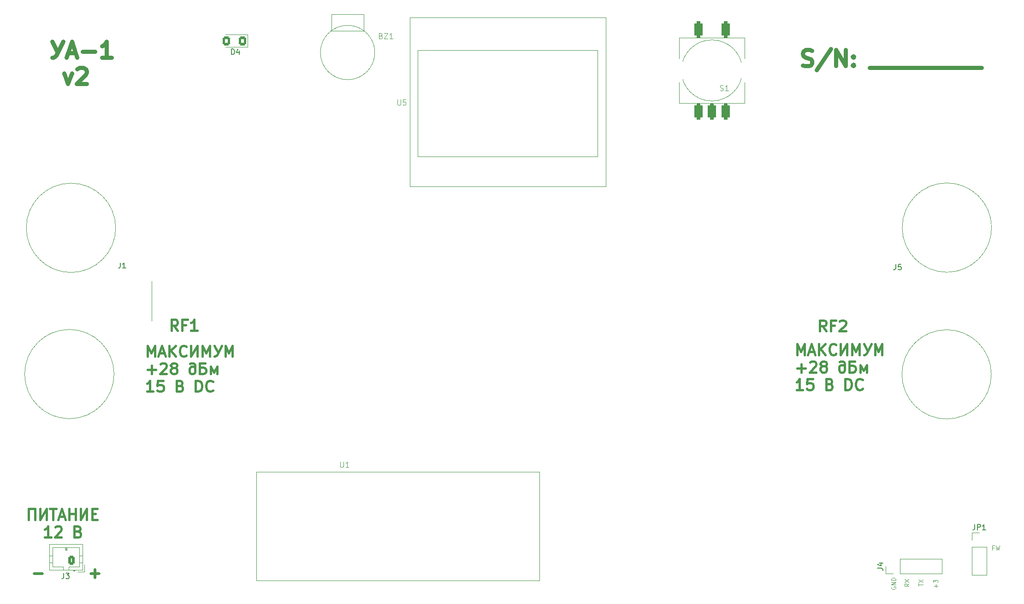
<source format=gbr>
G04 #@! TF.GenerationSoftware,KiCad,Pcbnew,8.0.1*
G04 #@! TF.CreationDate,2024-07-09T16:40:46+03:00*
G04 #@! TF.ProjectId,UA-1_v2,55412d31-5f76-4322-9e6b-696361645f70,rev?*
G04 #@! TF.SameCoordinates,Original*
G04 #@! TF.FileFunction,Legend,Top*
G04 #@! TF.FilePolarity,Positive*
%FSLAX46Y46*%
G04 Gerber Fmt 4.6, Leading zero omitted, Abs format (unit mm)*
G04 Created by KiCad (PCBNEW 8.0.1) date 2024-07-09 16:40:46*
%MOMM*%
%LPD*%
G01*
G04 APERTURE LIST*
G04 Aperture macros list*
%AMRoundRect*
0 Rectangle with rounded corners*
0 $1 Rounding radius*
0 $2 $3 $4 $5 $6 $7 $8 $9 X,Y pos of 4 corners*
0 Add a 4 corners polygon primitive as box body*
4,1,4,$2,$3,$4,$5,$6,$7,$8,$9,$2,$3,0*
0 Add four circle primitives for the rounded corners*
1,1,$1+$1,$2,$3*
1,1,$1+$1,$4,$5*
1,1,$1+$1,$6,$7*
1,1,$1+$1,$8,$9*
0 Add four rect primitives between the rounded corners*
20,1,$1+$1,$2,$3,$4,$5,0*
20,1,$1+$1,$4,$5,$6,$7,0*
20,1,$1+$1,$6,$7,$8,$9,0*
20,1,$1+$1,$8,$9,$2,$3,0*%
G04 Aperture macros list end*
%ADD10C,0.100000*%
%ADD11C,0.500000*%
%ADD12C,0.400000*%
%ADD13C,0.750000*%
%ADD14C,0.150000*%
%ADD15C,0.120000*%
%ADD16C,7.653453*%
%ADD17R,1.700000X1.700000*%
%ADD18O,1.700000X1.700000*%
%ADD19C,3.000000*%
%ADD20C,1.500000*%
%ADD21R,1.000000X1.000000*%
%ADD22C,2.000000*%
%ADD23RoundRect,0.250001X0.462499X0.624999X-0.462499X0.624999X-0.462499X-0.624999X0.462499X-0.624999X0*%
%ADD24RoundRect,0.375000X-0.375000X-1.125000X0.375000X-1.125000X0.375000X1.125000X-0.375000X1.125000X0*%
%ADD25RoundRect,0.250000X0.350000X0.625000X-0.350000X0.625000X-0.350000X-0.625000X0.350000X-0.625000X0*%
%ADD26O,1.200000X1.750000*%
%ADD27C,2.500000*%
G04 APERTURE END LIST*
D10*
X79206857Y-77143144D02*
G75*
G02*
X62793143Y-77143144I-8206857J0D01*
G01*
X62793143Y-77143144D02*
G75*
G02*
X79206857Y-77143144I8206857J0D01*
G01*
X240006857Y-104093144D02*
G75*
G02*
X223593143Y-104093144I-8206857J0D01*
G01*
X223593143Y-104093144D02*
G75*
G02*
X240006857Y-104093144I8206857J0D01*
G01*
X78906857Y-104043144D02*
G75*
G02*
X62493143Y-104043144I-8206857J0D01*
G01*
X62493143Y-104043144D02*
G75*
G02*
X78906857Y-104043144I8206857J0D01*
G01*
X74700000Y-86950000D02*
X85800000Y-86950000D01*
X85800000Y-94300000D01*
X74700000Y-94300000D01*
X74700000Y-86950000D01*
X217350000Y-87000000D02*
X228400000Y-87000000D01*
X228400000Y-94150000D01*
X217350000Y-94150000D01*
X217350000Y-87000000D01*
X240056857Y-77100000D02*
G75*
G02*
X223643143Y-77100000I-8206857J0D01*
G01*
X223643143Y-77100000D02*
G75*
G02*
X240056857Y-77100000I8206857J0D01*
G01*
X226646895Y-143008020D02*
X226646895Y-142550877D01*
X227446895Y-142779449D02*
X226646895Y-142779449D01*
X226646895Y-142360401D02*
X227446895Y-141827067D01*
X226646895Y-141827067D02*
X227446895Y-142360401D01*
D11*
X64205137Y-140767333D02*
X65728947Y-140767333D01*
D12*
X90582204Y-96034438D02*
X89915537Y-95082057D01*
X89439347Y-96034438D02*
X89439347Y-94034438D01*
X89439347Y-94034438D02*
X90201252Y-94034438D01*
X90201252Y-94034438D02*
X90391728Y-94129676D01*
X90391728Y-94129676D02*
X90486966Y-94224914D01*
X90486966Y-94224914D02*
X90582204Y-94415390D01*
X90582204Y-94415390D02*
X90582204Y-94701104D01*
X90582204Y-94701104D02*
X90486966Y-94891580D01*
X90486966Y-94891580D02*
X90391728Y-94986819D01*
X90391728Y-94986819D02*
X90201252Y-95082057D01*
X90201252Y-95082057D02*
X89439347Y-95082057D01*
X92106014Y-94986819D02*
X91439347Y-94986819D01*
X91439347Y-96034438D02*
X91439347Y-94034438D01*
X91439347Y-94034438D02*
X92391728Y-94034438D01*
X94201252Y-96034438D02*
X93058395Y-96034438D01*
X93629823Y-96034438D02*
X93629823Y-94034438D01*
X93629823Y-94034438D02*
X93439347Y-94320152D01*
X93439347Y-94320152D02*
X93248871Y-94510628D01*
X93248871Y-94510628D02*
X93058395Y-94605866D01*
X209682204Y-96134438D02*
X209015537Y-95182057D01*
X208539347Y-96134438D02*
X208539347Y-94134438D01*
X208539347Y-94134438D02*
X209301252Y-94134438D01*
X209301252Y-94134438D02*
X209491728Y-94229676D01*
X209491728Y-94229676D02*
X209586966Y-94324914D01*
X209586966Y-94324914D02*
X209682204Y-94515390D01*
X209682204Y-94515390D02*
X209682204Y-94801104D01*
X209682204Y-94801104D02*
X209586966Y-94991580D01*
X209586966Y-94991580D02*
X209491728Y-95086819D01*
X209491728Y-95086819D02*
X209301252Y-95182057D01*
X209301252Y-95182057D02*
X208539347Y-95182057D01*
X211206014Y-95086819D02*
X210539347Y-95086819D01*
X210539347Y-96134438D02*
X210539347Y-94134438D01*
X210539347Y-94134438D02*
X211491728Y-94134438D01*
X212158395Y-94324914D02*
X212253633Y-94229676D01*
X212253633Y-94229676D02*
X212444109Y-94134438D01*
X212444109Y-94134438D02*
X212920300Y-94134438D01*
X212920300Y-94134438D02*
X213110776Y-94229676D01*
X213110776Y-94229676D02*
X213206014Y-94324914D01*
X213206014Y-94324914D02*
X213301252Y-94515390D01*
X213301252Y-94515390D02*
X213301252Y-94705866D01*
X213301252Y-94705866D02*
X213206014Y-94991580D01*
X213206014Y-94991580D02*
X212063157Y-96134438D01*
X212063157Y-96134438D02*
X213301252Y-96134438D01*
X204339347Y-100494662D02*
X204339347Y-98494662D01*
X204339347Y-98494662D02*
X205006014Y-99923233D01*
X205006014Y-99923233D02*
X205672680Y-98494662D01*
X205672680Y-98494662D02*
X205672680Y-100494662D01*
X206529823Y-99923233D02*
X207482204Y-99923233D01*
X206339347Y-100494662D02*
X207006013Y-98494662D01*
X207006013Y-98494662D02*
X207672680Y-100494662D01*
X208339347Y-100494662D02*
X208339347Y-98494662D01*
X209482204Y-100494662D02*
X208625061Y-99351804D01*
X209482204Y-98494662D02*
X208339347Y-99637519D01*
X211482204Y-100304185D02*
X211386966Y-100399424D01*
X211386966Y-100399424D02*
X211101252Y-100494662D01*
X211101252Y-100494662D02*
X210910776Y-100494662D01*
X210910776Y-100494662D02*
X210625061Y-100399424D01*
X210625061Y-100399424D02*
X210434585Y-100208947D01*
X210434585Y-100208947D02*
X210339347Y-100018471D01*
X210339347Y-100018471D02*
X210244109Y-99637519D01*
X210244109Y-99637519D02*
X210244109Y-99351804D01*
X210244109Y-99351804D02*
X210339347Y-98970852D01*
X210339347Y-98970852D02*
X210434585Y-98780376D01*
X210434585Y-98780376D02*
X210625061Y-98589900D01*
X210625061Y-98589900D02*
X210910776Y-98494662D01*
X210910776Y-98494662D02*
X211101252Y-98494662D01*
X211101252Y-98494662D02*
X211386966Y-98589900D01*
X211386966Y-98589900D02*
X211482204Y-98685138D01*
X212339347Y-98494662D02*
X212339347Y-100494662D01*
X212339347Y-100494662D02*
X213482204Y-98494662D01*
X213482204Y-98494662D02*
X213482204Y-100494662D01*
X214434585Y-100494662D02*
X214434585Y-98494662D01*
X214434585Y-98494662D02*
X215101252Y-99923233D01*
X215101252Y-99923233D02*
X215767918Y-98494662D01*
X215767918Y-98494662D02*
X215767918Y-100494662D01*
X216625061Y-98494662D02*
X217291728Y-99827995D01*
X217958394Y-98494662D02*
X217101251Y-100208947D01*
X217101251Y-100208947D02*
X216910775Y-100399424D01*
X216910775Y-100399424D02*
X216720299Y-100494662D01*
X216720299Y-100494662D02*
X216625061Y-100494662D01*
X218625061Y-100494662D02*
X218625061Y-98494662D01*
X218625061Y-98494662D02*
X219291728Y-99923233D01*
X219291728Y-99923233D02*
X219958394Y-98494662D01*
X219958394Y-98494662D02*
X219958394Y-100494662D01*
X204339347Y-102952645D02*
X205863157Y-102952645D01*
X205101252Y-103714550D02*
X205101252Y-102190740D01*
X206720299Y-101905026D02*
X206815537Y-101809788D01*
X206815537Y-101809788D02*
X207006013Y-101714550D01*
X207006013Y-101714550D02*
X207482204Y-101714550D01*
X207482204Y-101714550D02*
X207672680Y-101809788D01*
X207672680Y-101809788D02*
X207767918Y-101905026D01*
X207767918Y-101905026D02*
X207863156Y-102095502D01*
X207863156Y-102095502D02*
X207863156Y-102285978D01*
X207863156Y-102285978D02*
X207767918Y-102571692D01*
X207767918Y-102571692D02*
X206625061Y-103714550D01*
X206625061Y-103714550D02*
X207863156Y-103714550D01*
X209006013Y-102571692D02*
X208815537Y-102476454D01*
X208815537Y-102476454D02*
X208720299Y-102381216D01*
X208720299Y-102381216D02*
X208625061Y-102190740D01*
X208625061Y-102190740D02*
X208625061Y-102095502D01*
X208625061Y-102095502D02*
X208720299Y-101905026D01*
X208720299Y-101905026D02*
X208815537Y-101809788D01*
X208815537Y-101809788D02*
X209006013Y-101714550D01*
X209006013Y-101714550D02*
X209386966Y-101714550D01*
X209386966Y-101714550D02*
X209577442Y-101809788D01*
X209577442Y-101809788D02*
X209672680Y-101905026D01*
X209672680Y-101905026D02*
X209767918Y-102095502D01*
X209767918Y-102095502D02*
X209767918Y-102190740D01*
X209767918Y-102190740D02*
X209672680Y-102381216D01*
X209672680Y-102381216D02*
X209577442Y-102476454D01*
X209577442Y-102476454D02*
X209386966Y-102571692D01*
X209386966Y-102571692D02*
X209006013Y-102571692D01*
X209006013Y-102571692D02*
X208815537Y-102666931D01*
X208815537Y-102666931D02*
X208720299Y-102762169D01*
X208720299Y-102762169D02*
X208625061Y-102952645D01*
X208625061Y-102952645D02*
X208625061Y-103333597D01*
X208625061Y-103333597D02*
X208720299Y-103524073D01*
X208720299Y-103524073D02*
X208815537Y-103619312D01*
X208815537Y-103619312D02*
X209006013Y-103714550D01*
X209006013Y-103714550D02*
X209386966Y-103714550D01*
X209386966Y-103714550D02*
X209577442Y-103619312D01*
X209577442Y-103619312D02*
X209672680Y-103524073D01*
X209672680Y-103524073D02*
X209767918Y-103333597D01*
X209767918Y-103333597D02*
X209767918Y-102952645D01*
X209767918Y-102952645D02*
X209672680Y-102762169D01*
X209672680Y-102762169D02*
X209577442Y-102666931D01*
X209577442Y-102666931D02*
X209386966Y-102571692D01*
X213101252Y-102571692D02*
X213006014Y-102476454D01*
X213006014Y-102476454D02*
X212815538Y-102381216D01*
X212815538Y-102381216D02*
X212434585Y-102381216D01*
X212434585Y-102381216D02*
X212244109Y-102476454D01*
X212244109Y-102476454D02*
X212148871Y-102571692D01*
X212148871Y-102571692D02*
X212053633Y-102762169D01*
X212053633Y-102762169D02*
X212053633Y-103333597D01*
X212053633Y-103333597D02*
X212148871Y-103524073D01*
X212148871Y-103524073D02*
X212244109Y-103619312D01*
X212244109Y-103619312D02*
X212434585Y-103714550D01*
X212434585Y-103714550D02*
X212720300Y-103714550D01*
X212720300Y-103714550D02*
X212910776Y-103619312D01*
X212910776Y-103619312D02*
X213006014Y-103524073D01*
X213006014Y-103524073D02*
X213101252Y-103333597D01*
X213101252Y-103333597D02*
X213101252Y-102095502D01*
X213101252Y-102095502D02*
X213006014Y-101905026D01*
X213006014Y-101905026D02*
X212910776Y-101809788D01*
X212910776Y-101809788D02*
X212720300Y-101714550D01*
X212720300Y-101714550D02*
X212339347Y-101714550D01*
X212339347Y-101714550D02*
X212148871Y-101809788D01*
X214910776Y-101714550D02*
X213958395Y-101714550D01*
X213958395Y-101714550D02*
X213958395Y-103714550D01*
X213958395Y-103714550D02*
X214529824Y-103714550D01*
X214529824Y-103714550D02*
X214815538Y-103619312D01*
X214815538Y-103619312D02*
X215006014Y-103428835D01*
X215006014Y-103428835D02*
X215101252Y-103238359D01*
X215101252Y-103238359D02*
X215101252Y-102952645D01*
X215101252Y-102952645D02*
X215006014Y-102762169D01*
X215006014Y-102762169D02*
X214815538Y-102571692D01*
X214815538Y-102571692D02*
X214529824Y-102476454D01*
X214529824Y-102476454D02*
X213958395Y-102476454D01*
X215958395Y-103714550D02*
X215958395Y-102381216D01*
X215958395Y-102381216D02*
X216529824Y-103428835D01*
X216529824Y-103428835D02*
X217101252Y-102381216D01*
X217101252Y-102381216D02*
X217101252Y-103714550D01*
X205386966Y-106934438D02*
X204244109Y-106934438D01*
X204815537Y-106934438D02*
X204815537Y-104934438D01*
X204815537Y-104934438D02*
X204625061Y-105220152D01*
X204625061Y-105220152D02*
X204434585Y-105410628D01*
X204434585Y-105410628D02*
X204244109Y-105505866D01*
X207196490Y-104934438D02*
X206244109Y-104934438D01*
X206244109Y-104934438D02*
X206148871Y-105886819D01*
X206148871Y-105886819D02*
X206244109Y-105791580D01*
X206244109Y-105791580D02*
X206434585Y-105696342D01*
X206434585Y-105696342D02*
X206910776Y-105696342D01*
X206910776Y-105696342D02*
X207101252Y-105791580D01*
X207101252Y-105791580D02*
X207196490Y-105886819D01*
X207196490Y-105886819D02*
X207291728Y-106077295D01*
X207291728Y-106077295D02*
X207291728Y-106553485D01*
X207291728Y-106553485D02*
X207196490Y-106743961D01*
X207196490Y-106743961D02*
X207101252Y-106839200D01*
X207101252Y-106839200D02*
X206910776Y-106934438D01*
X206910776Y-106934438D02*
X206434585Y-106934438D01*
X206434585Y-106934438D02*
X206244109Y-106839200D01*
X206244109Y-106839200D02*
X206148871Y-106743961D01*
X210339348Y-105886819D02*
X210625062Y-105982057D01*
X210625062Y-105982057D02*
X210720300Y-106077295D01*
X210720300Y-106077295D02*
X210815538Y-106267771D01*
X210815538Y-106267771D02*
X210815538Y-106553485D01*
X210815538Y-106553485D02*
X210720300Y-106743961D01*
X210720300Y-106743961D02*
X210625062Y-106839200D01*
X210625062Y-106839200D02*
X210434586Y-106934438D01*
X210434586Y-106934438D02*
X209672681Y-106934438D01*
X209672681Y-106934438D02*
X209672681Y-104934438D01*
X209672681Y-104934438D02*
X210339348Y-104934438D01*
X210339348Y-104934438D02*
X210529824Y-105029676D01*
X210529824Y-105029676D02*
X210625062Y-105124914D01*
X210625062Y-105124914D02*
X210720300Y-105315390D01*
X210720300Y-105315390D02*
X210720300Y-105505866D01*
X210720300Y-105505866D02*
X210625062Y-105696342D01*
X210625062Y-105696342D02*
X210529824Y-105791580D01*
X210529824Y-105791580D02*
X210339348Y-105886819D01*
X210339348Y-105886819D02*
X209672681Y-105886819D01*
X213196491Y-106934438D02*
X213196491Y-104934438D01*
X213196491Y-104934438D02*
X213672681Y-104934438D01*
X213672681Y-104934438D02*
X213958396Y-105029676D01*
X213958396Y-105029676D02*
X214148872Y-105220152D01*
X214148872Y-105220152D02*
X214244110Y-105410628D01*
X214244110Y-105410628D02*
X214339348Y-105791580D01*
X214339348Y-105791580D02*
X214339348Y-106077295D01*
X214339348Y-106077295D02*
X214244110Y-106458247D01*
X214244110Y-106458247D02*
X214148872Y-106648723D01*
X214148872Y-106648723D02*
X213958396Y-106839200D01*
X213958396Y-106839200D02*
X213672681Y-106934438D01*
X213672681Y-106934438D02*
X213196491Y-106934438D01*
X216339348Y-106743961D02*
X216244110Y-106839200D01*
X216244110Y-106839200D02*
X215958396Y-106934438D01*
X215958396Y-106934438D02*
X215767920Y-106934438D01*
X215767920Y-106934438D02*
X215482205Y-106839200D01*
X215482205Y-106839200D02*
X215291729Y-106648723D01*
X215291729Y-106648723D02*
X215196491Y-106458247D01*
X215196491Y-106458247D02*
X215101253Y-106077295D01*
X215101253Y-106077295D02*
X215101253Y-105791580D01*
X215101253Y-105791580D02*
X215196491Y-105410628D01*
X215196491Y-105410628D02*
X215291729Y-105220152D01*
X215291729Y-105220152D02*
X215482205Y-105029676D01*
X215482205Y-105029676D02*
X215767920Y-104934438D01*
X215767920Y-104934438D02*
X215958396Y-104934438D01*
X215958396Y-104934438D02*
X216244110Y-105029676D01*
X216244110Y-105029676D02*
X216339348Y-105124914D01*
D10*
X240472931Y-135977847D02*
X240206265Y-135977847D01*
X240206265Y-136396895D02*
X240206265Y-135596895D01*
X240206265Y-135596895D02*
X240587217Y-135596895D01*
X240815788Y-135596895D02*
X241006264Y-136396895D01*
X241006264Y-136396895D02*
X241158645Y-135825466D01*
X241158645Y-135825466D02*
X241311026Y-136396895D01*
X241311026Y-136396895D02*
X241501503Y-135596895D01*
D12*
X63239347Y-130814550D02*
X63239347Y-128814550D01*
X63239347Y-128814550D02*
X64382204Y-128814550D01*
X64382204Y-128814550D02*
X64382204Y-130814550D01*
X65334585Y-128814550D02*
X65334585Y-130814550D01*
X65334585Y-130814550D02*
X66477442Y-128814550D01*
X66477442Y-128814550D02*
X66477442Y-130814550D01*
X67144109Y-128814550D02*
X68286966Y-128814550D01*
X67715537Y-130814550D02*
X67715537Y-128814550D01*
X68858395Y-130243121D02*
X69810776Y-130243121D01*
X68667919Y-130814550D02*
X69334585Y-128814550D01*
X69334585Y-128814550D02*
X70001252Y-130814550D01*
X70667919Y-130814550D02*
X70667919Y-128814550D01*
X70667919Y-129766931D02*
X71810776Y-129766931D01*
X71810776Y-130814550D02*
X71810776Y-128814550D01*
X72763157Y-128814550D02*
X72763157Y-130814550D01*
X72763157Y-130814550D02*
X73906014Y-128814550D01*
X73906014Y-128814550D02*
X73906014Y-130814550D01*
X74858395Y-129766931D02*
X75525062Y-129766931D01*
X75810776Y-130814550D02*
X74858395Y-130814550D01*
X74858395Y-130814550D02*
X74858395Y-128814550D01*
X74858395Y-128814550D02*
X75810776Y-128814550D01*
X67334586Y-134034438D02*
X66191729Y-134034438D01*
X66763157Y-134034438D02*
X66763157Y-132034438D01*
X66763157Y-132034438D02*
X66572681Y-132320152D01*
X66572681Y-132320152D02*
X66382205Y-132510628D01*
X66382205Y-132510628D02*
X66191729Y-132605866D01*
X68096491Y-132224914D02*
X68191729Y-132129676D01*
X68191729Y-132129676D02*
X68382205Y-132034438D01*
X68382205Y-132034438D02*
X68858396Y-132034438D01*
X68858396Y-132034438D02*
X69048872Y-132129676D01*
X69048872Y-132129676D02*
X69144110Y-132224914D01*
X69144110Y-132224914D02*
X69239348Y-132415390D01*
X69239348Y-132415390D02*
X69239348Y-132605866D01*
X69239348Y-132605866D02*
X69144110Y-132891580D01*
X69144110Y-132891580D02*
X68001253Y-134034438D01*
X68001253Y-134034438D02*
X69239348Y-134034438D01*
X72286968Y-132986819D02*
X72572682Y-133082057D01*
X72572682Y-133082057D02*
X72667920Y-133177295D01*
X72667920Y-133177295D02*
X72763158Y-133367771D01*
X72763158Y-133367771D02*
X72763158Y-133653485D01*
X72763158Y-133653485D02*
X72667920Y-133843961D01*
X72667920Y-133843961D02*
X72572682Y-133939200D01*
X72572682Y-133939200D02*
X72382206Y-134034438D01*
X72382206Y-134034438D02*
X71620301Y-134034438D01*
X71620301Y-134034438D02*
X71620301Y-132034438D01*
X71620301Y-132034438D02*
X72286968Y-132034438D01*
X72286968Y-132034438D02*
X72477444Y-132129676D01*
X72477444Y-132129676D02*
X72572682Y-132224914D01*
X72572682Y-132224914D02*
X72667920Y-132415390D01*
X72667920Y-132415390D02*
X72667920Y-132605866D01*
X72667920Y-132605866D02*
X72572682Y-132796342D01*
X72572682Y-132796342D02*
X72477444Y-132891580D01*
X72477444Y-132891580D02*
X72286968Y-132986819D01*
X72286968Y-132986819D02*
X71620301Y-132986819D01*
D13*
X205364849Y-47251000D02*
X205793421Y-47393857D01*
X205793421Y-47393857D02*
X206507706Y-47393857D01*
X206507706Y-47393857D02*
X206793421Y-47251000D01*
X206793421Y-47251000D02*
X206936278Y-47108142D01*
X206936278Y-47108142D02*
X207079135Y-46822428D01*
X207079135Y-46822428D02*
X207079135Y-46536714D01*
X207079135Y-46536714D02*
X206936278Y-46251000D01*
X206936278Y-46251000D02*
X206793421Y-46108142D01*
X206793421Y-46108142D02*
X206507706Y-45965285D01*
X206507706Y-45965285D02*
X205936278Y-45822428D01*
X205936278Y-45822428D02*
X205650563Y-45679571D01*
X205650563Y-45679571D02*
X205507706Y-45536714D01*
X205507706Y-45536714D02*
X205364849Y-45251000D01*
X205364849Y-45251000D02*
X205364849Y-44965285D01*
X205364849Y-44965285D02*
X205507706Y-44679571D01*
X205507706Y-44679571D02*
X205650563Y-44536714D01*
X205650563Y-44536714D02*
X205936278Y-44393857D01*
X205936278Y-44393857D02*
X206650563Y-44393857D01*
X206650563Y-44393857D02*
X207079135Y-44536714D01*
X210507706Y-44251000D02*
X207936278Y-48108142D01*
X211507706Y-47393857D02*
X211507706Y-44393857D01*
X211507706Y-44393857D02*
X213221992Y-47393857D01*
X213221992Y-47393857D02*
X213221992Y-44393857D01*
X214650563Y-47108142D02*
X214793420Y-47251000D01*
X214793420Y-47251000D02*
X214650563Y-47393857D01*
X214650563Y-47393857D02*
X214507706Y-47251000D01*
X214507706Y-47251000D02*
X214650563Y-47108142D01*
X214650563Y-47108142D02*
X214650563Y-47393857D01*
X214650563Y-45536714D02*
X214793420Y-45679571D01*
X214793420Y-45679571D02*
X214650563Y-45822428D01*
X214650563Y-45822428D02*
X214507706Y-45679571D01*
X214507706Y-45679571D02*
X214650563Y-45536714D01*
X214650563Y-45536714D02*
X214650563Y-45822428D01*
X217650563Y-47679571D02*
X219936277Y-47679571D01*
X219936277Y-47679571D02*
X222221991Y-47679571D01*
X222221991Y-47679571D02*
X224507705Y-47679571D01*
X224507705Y-47679571D02*
X226793419Y-47679571D01*
X226793419Y-47679571D02*
X229079133Y-47679571D01*
X229079133Y-47679571D02*
X231364847Y-47679571D01*
X231364847Y-47679571D02*
X233650561Y-47679571D01*
X233650561Y-47679571D02*
X235936275Y-47679571D01*
X235936275Y-47679571D02*
X238221989Y-47679571D01*
D12*
X85039347Y-100794662D02*
X85039347Y-98794662D01*
X85039347Y-98794662D02*
X85706014Y-100223233D01*
X85706014Y-100223233D02*
X86372680Y-98794662D01*
X86372680Y-98794662D02*
X86372680Y-100794662D01*
X87229823Y-100223233D02*
X88182204Y-100223233D01*
X87039347Y-100794662D02*
X87706013Y-98794662D01*
X87706013Y-98794662D02*
X88372680Y-100794662D01*
X89039347Y-100794662D02*
X89039347Y-98794662D01*
X90182204Y-100794662D02*
X89325061Y-99651804D01*
X90182204Y-98794662D02*
X89039347Y-99937519D01*
X92182204Y-100604185D02*
X92086966Y-100699424D01*
X92086966Y-100699424D02*
X91801252Y-100794662D01*
X91801252Y-100794662D02*
X91610776Y-100794662D01*
X91610776Y-100794662D02*
X91325061Y-100699424D01*
X91325061Y-100699424D02*
X91134585Y-100508947D01*
X91134585Y-100508947D02*
X91039347Y-100318471D01*
X91039347Y-100318471D02*
X90944109Y-99937519D01*
X90944109Y-99937519D02*
X90944109Y-99651804D01*
X90944109Y-99651804D02*
X91039347Y-99270852D01*
X91039347Y-99270852D02*
X91134585Y-99080376D01*
X91134585Y-99080376D02*
X91325061Y-98889900D01*
X91325061Y-98889900D02*
X91610776Y-98794662D01*
X91610776Y-98794662D02*
X91801252Y-98794662D01*
X91801252Y-98794662D02*
X92086966Y-98889900D01*
X92086966Y-98889900D02*
X92182204Y-98985138D01*
X93039347Y-98794662D02*
X93039347Y-100794662D01*
X93039347Y-100794662D02*
X94182204Y-98794662D01*
X94182204Y-98794662D02*
X94182204Y-100794662D01*
X95134585Y-100794662D02*
X95134585Y-98794662D01*
X95134585Y-98794662D02*
X95801252Y-100223233D01*
X95801252Y-100223233D02*
X96467918Y-98794662D01*
X96467918Y-98794662D02*
X96467918Y-100794662D01*
X97325061Y-98794662D02*
X97991728Y-100127995D01*
X98658394Y-98794662D02*
X97801251Y-100508947D01*
X97801251Y-100508947D02*
X97610775Y-100699424D01*
X97610775Y-100699424D02*
X97420299Y-100794662D01*
X97420299Y-100794662D02*
X97325061Y-100794662D01*
X99325061Y-100794662D02*
X99325061Y-98794662D01*
X99325061Y-98794662D02*
X99991728Y-100223233D01*
X99991728Y-100223233D02*
X100658394Y-98794662D01*
X100658394Y-98794662D02*
X100658394Y-100794662D01*
X85039347Y-103252645D02*
X86563157Y-103252645D01*
X85801252Y-104014550D02*
X85801252Y-102490740D01*
X87420299Y-102205026D02*
X87515537Y-102109788D01*
X87515537Y-102109788D02*
X87706013Y-102014550D01*
X87706013Y-102014550D02*
X88182204Y-102014550D01*
X88182204Y-102014550D02*
X88372680Y-102109788D01*
X88372680Y-102109788D02*
X88467918Y-102205026D01*
X88467918Y-102205026D02*
X88563156Y-102395502D01*
X88563156Y-102395502D02*
X88563156Y-102585978D01*
X88563156Y-102585978D02*
X88467918Y-102871692D01*
X88467918Y-102871692D02*
X87325061Y-104014550D01*
X87325061Y-104014550D02*
X88563156Y-104014550D01*
X89706013Y-102871692D02*
X89515537Y-102776454D01*
X89515537Y-102776454D02*
X89420299Y-102681216D01*
X89420299Y-102681216D02*
X89325061Y-102490740D01*
X89325061Y-102490740D02*
X89325061Y-102395502D01*
X89325061Y-102395502D02*
X89420299Y-102205026D01*
X89420299Y-102205026D02*
X89515537Y-102109788D01*
X89515537Y-102109788D02*
X89706013Y-102014550D01*
X89706013Y-102014550D02*
X90086966Y-102014550D01*
X90086966Y-102014550D02*
X90277442Y-102109788D01*
X90277442Y-102109788D02*
X90372680Y-102205026D01*
X90372680Y-102205026D02*
X90467918Y-102395502D01*
X90467918Y-102395502D02*
X90467918Y-102490740D01*
X90467918Y-102490740D02*
X90372680Y-102681216D01*
X90372680Y-102681216D02*
X90277442Y-102776454D01*
X90277442Y-102776454D02*
X90086966Y-102871692D01*
X90086966Y-102871692D02*
X89706013Y-102871692D01*
X89706013Y-102871692D02*
X89515537Y-102966931D01*
X89515537Y-102966931D02*
X89420299Y-103062169D01*
X89420299Y-103062169D02*
X89325061Y-103252645D01*
X89325061Y-103252645D02*
X89325061Y-103633597D01*
X89325061Y-103633597D02*
X89420299Y-103824073D01*
X89420299Y-103824073D02*
X89515537Y-103919312D01*
X89515537Y-103919312D02*
X89706013Y-104014550D01*
X89706013Y-104014550D02*
X90086966Y-104014550D01*
X90086966Y-104014550D02*
X90277442Y-103919312D01*
X90277442Y-103919312D02*
X90372680Y-103824073D01*
X90372680Y-103824073D02*
X90467918Y-103633597D01*
X90467918Y-103633597D02*
X90467918Y-103252645D01*
X90467918Y-103252645D02*
X90372680Y-103062169D01*
X90372680Y-103062169D02*
X90277442Y-102966931D01*
X90277442Y-102966931D02*
X90086966Y-102871692D01*
X93801252Y-102871692D02*
X93706014Y-102776454D01*
X93706014Y-102776454D02*
X93515538Y-102681216D01*
X93515538Y-102681216D02*
X93134585Y-102681216D01*
X93134585Y-102681216D02*
X92944109Y-102776454D01*
X92944109Y-102776454D02*
X92848871Y-102871692D01*
X92848871Y-102871692D02*
X92753633Y-103062169D01*
X92753633Y-103062169D02*
X92753633Y-103633597D01*
X92753633Y-103633597D02*
X92848871Y-103824073D01*
X92848871Y-103824073D02*
X92944109Y-103919312D01*
X92944109Y-103919312D02*
X93134585Y-104014550D01*
X93134585Y-104014550D02*
X93420300Y-104014550D01*
X93420300Y-104014550D02*
X93610776Y-103919312D01*
X93610776Y-103919312D02*
X93706014Y-103824073D01*
X93706014Y-103824073D02*
X93801252Y-103633597D01*
X93801252Y-103633597D02*
X93801252Y-102395502D01*
X93801252Y-102395502D02*
X93706014Y-102205026D01*
X93706014Y-102205026D02*
X93610776Y-102109788D01*
X93610776Y-102109788D02*
X93420300Y-102014550D01*
X93420300Y-102014550D02*
X93039347Y-102014550D01*
X93039347Y-102014550D02*
X92848871Y-102109788D01*
X95610776Y-102014550D02*
X94658395Y-102014550D01*
X94658395Y-102014550D02*
X94658395Y-104014550D01*
X94658395Y-104014550D02*
X95229824Y-104014550D01*
X95229824Y-104014550D02*
X95515538Y-103919312D01*
X95515538Y-103919312D02*
X95706014Y-103728835D01*
X95706014Y-103728835D02*
X95801252Y-103538359D01*
X95801252Y-103538359D02*
X95801252Y-103252645D01*
X95801252Y-103252645D02*
X95706014Y-103062169D01*
X95706014Y-103062169D02*
X95515538Y-102871692D01*
X95515538Y-102871692D02*
X95229824Y-102776454D01*
X95229824Y-102776454D02*
X94658395Y-102776454D01*
X96658395Y-104014550D02*
X96658395Y-102681216D01*
X96658395Y-102681216D02*
X97229824Y-103728835D01*
X97229824Y-103728835D02*
X97801252Y-102681216D01*
X97801252Y-102681216D02*
X97801252Y-104014550D01*
X86086966Y-107234438D02*
X84944109Y-107234438D01*
X85515537Y-107234438D02*
X85515537Y-105234438D01*
X85515537Y-105234438D02*
X85325061Y-105520152D01*
X85325061Y-105520152D02*
X85134585Y-105710628D01*
X85134585Y-105710628D02*
X84944109Y-105805866D01*
X87896490Y-105234438D02*
X86944109Y-105234438D01*
X86944109Y-105234438D02*
X86848871Y-106186819D01*
X86848871Y-106186819D02*
X86944109Y-106091580D01*
X86944109Y-106091580D02*
X87134585Y-105996342D01*
X87134585Y-105996342D02*
X87610776Y-105996342D01*
X87610776Y-105996342D02*
X87801252Y-106091580D01*
X87801252Y-106091580D02*
X87896490Y-106186819D01*
X87896490Y-106186819D02*
X87991728Y-106377295D01*
X87991728Y-106377295D02*
X87991728Y-106853485D01*
X87991728Y-106853485D02*
X87896490Y-107043961D01*
X87896490Y-107043961D02*
X87801252Y-107139200D01*
X87801252Y-107139200D02*
X87610776Y-107234438D01*
X87610776Y-107234438D02*
X87134585Y-107234438D01*
X87134585Y-107234438D02*
X86944109Y-107139200D01*
X86944109Y-107139200D02*
X86848871Y-107043961D01*
X91039348Y-106186819D02*
X91325062Y-106282057D01*
X91325062Y-106282057D02*
X91420300Y-106377295D01*
X91420300Y-106377295D02*
X91515538Y-106567771D01*
X91515538Y-106567771D02*
X91515538Y-106853485D01*
X91515538Y-106853485D02*
X91420300Y-107043961D01*
X91420300Y-107043961D02*
X91325062Y-107139200D01*
X91325062Y-107139200D02*
X91134586Y-107234438D01*
X91134586Y-107234438D02*
X90372681Y-107234438D01*
X90372681Y-107234438D02*
X90372681Y-105234438D01*
X90372681Y-105234438D02*
X91039348Y-105234438D01*
X91039348Y-105234438D02*
X91229824Y-105329676D01*
X91229824Y-105329676D02*
X91325062Y-105424914D01*
X91325062Y-105424914D02*
X91420300Y-105615390D01*
X91420300Y-105615390D02*
X91420300Y-105805866D01*
X91420300Y-105805866D02*
X91325062Y-105996342D01*
X91325062Y-105996342D02*
X91229824Y-106091580D01*
X91229824Y-106091580D02*
X91039348Y-106186819D01*
X91039348Y-106186819D02*
X90372681Y-106186819D01*
X93896491Y-107234438D02*
X93896491Y-105234438D01*
X93896491Y-105234438D02*
X94372681Y-105234438D01*
X94372681Y-105234438D02*
X94658396Y-105329676D01*
X94658396Y-105329676D02*
X94848872Y-105520152D01*
X94848872Y-105520152D02*
X94944110Y-105710628D01*
X94944110Y-105710628D02*
X95039348Y-106091580D01*
X95039348Y-106091580D02*
X95039348Y-106377295D01*
X95039348Y-106377295D02*
X94944110Y-106758247D01*
X94944110Y-106758247D02*
X94848872Y-106948723D01*
X94848872Y-106948723D02*
X94658396Y-107139200D01*
X94658396Y-107139200D02*
X94372681Y-107234438D01*
X94372681Y-107234438D02*
X93896491Y-107234438D01*
X97039348Y-107043961D02*
X96944110Y-107139200D01*
X96944110Y-107139200D02*
X96658396Y-107234438D01*
X96658396Y-107234438D02*
X96467920Y-107234438D01*
X96467920Y-107234438D02*
X96182205Y-107139200D01*
X96182205Y-107139200D02*
X95991729Y-106948723D01*
X95991729Y-106948723D02*
X95896491Y-106758247D01*
X95896491Y-106758247D02*
X95801253Y-106377295D01*
X95801253Y-106377295D02*
X95801253Y-106091580D01*
X95801253Y-106091580D02*
X95896491Y-105710628D01*
X95896491Y-105710628D02*
X95991729Y-105520152D01*
X95991729Y-105520152D02*
X96182205Y-105329676D01*
X96182205Y-105329676D02*
X96467920Y-105234438D01*
X96467920Y-105234438D02*
X96658396Y-105234438D01*
X96658396Y-105234438D02*
X96944110Y-105329676D01*
X96944110Y-105329676D02*
X97039348Y-105424914D01*
D10*
X224846895Y-142586591D02*
X224465942Y-142853258D01*
X224846895Y-143043734D02*
X224046895Y-143043734D01*
X224046895Y-143043734D02*
X224046895Y-142738972D01*
X224046895Y-142738972D02*
X224084990Y-142662782D01*
X224084990Y-142662782D02*
X224123085Y-142624687D01*
X224123085Y-142624687D02*
X224199276Y-142586591D01*
X224199276Y-142586591D02*
X224313561Y-142586591D01*
X224313561Y-142586591D02*
X224389752Y-142624687D01*
X224389752Y-142624687D02*
X224427847Y-142662782D01*
X224427847Y-142662782D02*
X224465942Y-142738972D01*
X224465942Y-142738972D02*
X224465942Y-143043734D01*
X224046895Y-142319925D02*
X224846895Y-141786591D01*
X224046895Y-141786591D02*
X224846895Y-142319925D01*
X229842133Y-143293734D02*
X229842133Y-142684211D01*
X230146895Y-142988972D02*
X229537371Y-142988972D01*
X229346895Y-142379449D02*
X229346895Y-141884211D01*
X229346895Y-141884211D02*
X229651657Y-142150877D01*
X229651657Y-142150877D02*
X229651657Y-142036592D01*
X229651657Y-142036592D02*
X229689752Y-141960401D01*
X229689752Y-141960401D02*
X229727847Y-141922306D01*
X229727847Y-141922306D02*
X229804038Y-141884211D01*
X229804038Y-141884211D02*
X229994514Y-141884211D01*
X229994514Y-141884211D02*
X230070704Y-141922306D01*
X230070704Y-141922306D02*
X230108800Y-141960401D01*
X230108800Y-141960401D02*
X230146895Y-142036592D01*
X230146895Y-142036592D02*
X230146895Y-142265163D01*
X230146895Y-142265163D02*
X230108800Y-142341354D01*
X230108800Y-142341354D02*
X230070704Y-142379449D01*
X221684990Y-143174687D02*
X221646895Y-143250877D01*
X221646895Y-143250877D02*
X221646895Y-143365163D01*
X221646895Y-143365163D02*
X221684990Y-143479449D01*
X221684990Y-143479449D02*
X221761180Y-143555639D01*
X221761180Y-143555639D02*
X221837371Y-143593734D01*
X221837371Y-143593734D02*
X221989752Y-143631830D01*
X221989752Y-143631830D02*
X222104038Y-143631830D01*
X222104038Y-143631830D02*
X222256419Y-143593734D01*
X222256419Y-143593734D02*
X222332609Y-143555639D01*
X222332609Y-143555639D02*
X222408800Y-143479449D01*
X222408800Y-143479449D02*
X222446895Y-143365163D01*
X222446895Y-143365163D02*
X222446895Y-143288972D01*
X222446895Y-143288972D02*
X222408800Y-143174687D01*
X222408800Y-143174687D02*
X222370704Y-143136591D01*
X222370704Y-143136591D02*
X222104038Y-143136591D01*
X222104038Y-143136591D02*
X222104038Y-143288972D01*
X222446895Y-142793734D02*
X221646895Y-142793734D01*
X221646895Y-142793734D02*
X222446895Y-142336591D01*
X222446895Y-142336591D02*
X221646895Y-142336591D01*
X222446895Y-141955639D02*
X221646895Y-141955639D01*
X221646895Y-141955639D02*
X221646895Y-141765163D01*
X221646895Y-141765163D02*
X221684990Y-141650877D01*
X221684990Y-141650877D02*
X221761180Y-141574687D01*
X221761180Y-141574687D02*
X221837371Y-141536592D01*
X221837371Y-141536592D02*
X221989752Y-141498496D01*
X221989752Y-141498496D02*
X222104038Y-141498496D01*
X222104038Y-141498496D02*
X222256419Y-141536592D01*
X222256419Y-141536592D02*
X222332609Y-141574687D01*
X222332609Y-141574687D02*
X222408800Y-141650877D01*
X222408800Y-141650877D02*
X222446895Y-141765163D01*
X222446895Y-141765163D02*
X222446895Y-141955639D01*
D13*
X67564849Y-42864025D02*
X68564849Y-44864025D01*
X69564849Y-42864025D02*
X68279135Y-45435453D01*
X68279135Y-45435453D02*
X67993421Y-45721168D01*
X67993421Y-45721168D02*
X67707706Y-45864025D01*
X67707706Y-45864025D02*
X67564849Y-45864025D01*
X70421992Y-45006882D02*
X71850564Y-45006882D01*
X70136278Y-45864025D02*
X71136278Y-42864025D01*
X71136278Y-42864025D02*
X72136278Y-45864025D01*
X73136278Y-44721168D02*
X75421993Y-44721168D01*
X78421993Y-45864025D02*
X76707707Y-45864025D01*
X77564850Y-45864025D02*
X77564850Y-42864025D01*
X77564850Y-42864025D02*
X77279136Y-43292596D01*
X77279136Y-43292596D02*
X76993421Y-43578310D01*
X76993421Y-43578310D02*
X76707707Y-43721168D01*
X69707706Y-48693857D02*
X70421992Y-50693857D01*
X70421992Y-50693857D02*
X71136277Y-48693857D01*
X72136277Y-47979571D02*
X72279134Y-47836714D01*
X72279134Y-47836714D02*
X72564849Y-47693857D01*
X72564849Y-47693857D02*
X73279134Y-47693857D01*
X73279134Y-47693857D02*
X73564849Y-47836714D01*
X73564849Y-47836714D02*
X73707706Y-47979571D01*
X73707706Y-47979571D02*
X73850563Y-48265285D01*
X73850563Y-48265285D02*
X73850563Y-48551000D01*
X73850563Y-48551000D02*
X73707706Y-48979571D01*
X73707706Y-48979571D02*
X71993420Y-50693857D01*
X71993420Y-50693857D02*
X73850563Y-50693857D01*
D11*
X74605137Y-140767333D02*
X76128947Y-140767333D01*
X75367042Y-141529238D02*
X75367042Y-140005428D01*
D14*
X236966666Y-131699819D02*
X236966666Y-132414104D01*
X236966666Y-132414104D02*
X236919047Y-132556961D01*
X236919047Y-132556961D02*
X236823809Y-132652200D01*
X236823809Y-132652200D02*
X236680952Y-132699819D01*
X236680952Y-132699819D02*
X236585714Y-132699819D01*
X237442857Y-132699819D02*
X237442857Y-131699819D01*
X237442857Y-131699819D02*
X237823809Y-131699819D01*
X237823809Y-131699819D02*
X237919047Y-131747438D01*
X237919047Y-131747438D02*
X237966666Y-131795057D01*
X237966666Y-131795057D02*
X238014285Y-131890295D01*
X238014285Y-131890295D02*
X238014285Y-132033152D01*
X238014285Y-132033152D02*
X237966666Y-132128390D01*
X237966666Y-132128390D02*
X237919047Y-132176009D01*
X237919047Y-132176009D02*
X237823809Y-132223628D01*
X237823809Y-132223628D02*
X237442857Y-132223628D01*
X238966666Y-132699819D02*
X238395238Y-132699819D01*
X238680952Y-132699819D02*
X238680952Y-131699819D01*
X238680952Y-131699819D02*
X238585714Y-131842676D01*
X238585714Y-131842676D02*
X238490476Y-131937914D01*
X238490476Y-131937914D02*
X238395238Y-131985533D01*
D10*
X120438095Y-120157419D02*
X120438095Y-120966942D01*
X120438095Y-120966942D02*
X120485714Y-121062180D01*
X120485714Y-121062180D02*
X120533333Y-121109800D01*
X120533333Y-121109800D02*
X120628571Y-121157419D01*
X120628571Y-121157419D02*
X120819047Y-121157419D01*
X120819047Y-121157419D02*
X120914285Y-121109800D01*
X120914285Y-121109800D02*
X120961904Y-121062180D01*
X120961904Y-121062180D02*
X121009523Y-120966942D01*
X121009523Y-120966942D02*
X121009523Y-120157419D01*
X122009523Y-121157419D02*
X121438095Y-121157419D01*
X121723809Y-121157419D02*
X121723809Y-120157419D01*
X121723809Y-120157419D02*
X121628571Y-120300276D01*
X121628571Y-120300276D02*
X121533333Y-120395514D01*
X121533333Y-120395514D02*
X121438095Y-120443133D01*
X130938095Y-53557419D02*
X130938095Y-54366942D01*
X130938095Y-54366942D02*
X130985714Y-54462180D01*
X130985714Y-54462180D02*
X131033333Y-54509800D01*
X131033333Y-54509800D02*
X131128571Y-54557419D01*
X131128571Y-54557419D02*
X131319047Y-54557419D01*
X131319047Y-54557419D02*
X131414285Y-54509800D01*
X131414285Y-54509800D02*
X131461904Y-54462180D01*
X131461904Y-54462180D02*
X131509523Y-54366942D01*
X131509523Y-54366942D02*
X131509523Y-53557419D01*
X132461904Y-53557419D02*
X131985714Y-53557419D01*
X131985714Y-53557419D02*
X131938095Y-54033609D01*
X131938095Y-54033609D02*
X131985714Y-53985990D01*
X131985714Y-53985990D02*
X132080952Y-53938371D01*
X132080952Y-53938371D02*
X132319047Y-53938371D01*
X132319047Y-53938371D02*
X132414285Y-53985990D01*
X132414285Y-53985990D02*
X132461904Y-54033609D01*
X132461904Y-54033609D02*
X132509523Y-54128847D01*
X132509523Y-54128847D02*
X132509523Y-54366942D01*
X132509523Y-54366942D02*
X132461904Y-54462180D01*
X132461904Y-54462180D02*
X132414285Y-54509800D01*
X132414285Y-54509800D02*
X132319047Y-54557419D01*
X132319047Y-54557419D02*
X132080952Y-54557419D01*
X132080952Y-54557419D02*
X131985714Y-54509800D01*
X131985714Y-54509800D02*
X131938095Y-54462180D01*
D14*
X65066666Y-102006819D02*
X65066666Y-102721104D01*
X65066666Y-102721104D02*
X65019047Y-102863961D01*
X65019047Y-102863961D02*
X64923809Y-102959200D01*
X64923809Y-102959200D02*
X64780952Y-103006819D01*
X64780952Y-103006819D02*
X64685714Y-103006819D01*
X65495238Y-102102057D02*
X65542857Y-102054438D01*
X65542857Y-102054438D02*
X65638095Y-102006819D01*
X65638095Y-102006819D02*
X65876190Y-102006819D01*
X65876190Y-102006819D02*
X65971428Y-102054438D01*
X65971428Y-102054438D02*
X66019047Y-102102057D01*
X66019047Y-102102057D02*
X66066666Y-102197295D01*
X66066666Y-102197295D02*
X66066666Y-102292533D01*
X66066666Y-102292533D02*
X66019047Y-102435390D01*
X66019047Y-102435390D02*
X65447619Y-103006819D01*
X65447619Y-103006819D02*
X66066666Y-103006819D01*
D10*
X127919047Y-41833609D02*
X128061904Y-41881228D01*
X128061904Y-41881228D02*
X128109523Y-41928847D01*
X128109523Y-41928847D02*
X128157142Y-42024085D01*
X128157142Y-42024085D02*
X128157142Y-42166942D01*
X128157142Y-42166942D02*
X128109523Y-42262180D01*
X128109523Y-42262180D02*
X128061904Y-42309800D01*
X128061904Y-42309800D02*
X127966666Y-42357419D01*
X127966666Y-42357419D02*
X127585714Y-42357419D01*
X127585714Y-42357419D02*
X127585714Y-41357419D01*
X127585714Y-41357419D02*
X127919047Y-41357419D01*
X127919047Y-41357419D02*
X128014285Y-41405038D01*
X128014285Y-41405038D02*
X128061904Y-41452657D01*
X128061904Y-41452657D02*
X128109523Y-41547895D01*
X128109523Y-41547895D02*
X128109523Y-41643133D01*
X128109523Y-41643133D02*
X128061904Y-41738371D01*
X128061904Y-41738371D02*
X128014285Y-41785990D01*
X128014285Y-41785990D02*
X127919047Y-41833609D01*
X127919047Y-41833609D02*
X127585714Y-41833609D01*
X128490476Y-41357419D02*
X129157142Y-41357419D01*
X129157142Y-41357419D02*
X128490476Y-42357419D01*
X128490476Y-42357419D02*
X129157142Y-42357419D01*
X130061904Y-42357419D02*
X129490476Y-42357419D01*
X129776190Y-42357419D02*
X129776190Y-41357419D01*
X129776190Y-41357419D02*
X129680952Y-41500276D01*
X129680952Y-41500276D02*
X129585714Y-41595514D01*
X129585714Y-41595514D02*
X129490476Y-41643133D01*
D14*
X222466666Y-83854819D02*
X222466666Y-84569104D01*
X222466666Y-84569104D02*
X222419047Y-84711961D01*
X222419047Y-84711961D02*
X222323809Y-84807200D01*
X222323809Y-84807200D02*
X222180952Y-84854819D01*
X222180952Y-84854819D02*
X222085714Y-84854819D01*
X223419047Y-83854819D02*
X222942857Y-83854819D01*
X222942857Y-83854819D02*
X222895238Y-84331009D01*
X222895238Y-84331009D02*
X222942857Y-84283390D01*
X222942857Y-84283390D02*
X223038095Y-84235771D01*
X223038095Y-84235771D02*
X223276190Y-84235771D01*
X223276190Y-84235771D02*
X223371428Y-84283390D01*
X223371428Y-84283390D02*
X223419047Y-84331009D01*
X223419047Y-84331009D02*
X223466666Y-84426247D01*
X223466666Y-84426247D02*
X223466666Y-84664342D01*
X223466666Y-84664342D02*
X223419047Y-84759580D01*
X223419047Y-84759580D02*
X223371428Y-84807200D01*
X223371428Y-84807200D02*
X223276190Y-84854819D01*
X223276190Y-84854819D02*
X223038095Y-84854819D01*
X223038095Y-84854819D02*
X222942857Y-84807200D01*
X222942857Y-84807200D02*
X222895238Y-84759580D01*
X80066666Y-83554819D02*
X80066666Y-84269104D01*
X80066666Y-84269104D02*
X80019047Y-84411961D01*
X80019047Y-84411961D02*
X79923809Y-84507200D01*
X79923809Y-84507200D02*
X79780952Y-84554819D01*
X79780952Y-84554819D02*
X79685714Y-84554819D01*
X81066666Y-84554819D02*
X80495238Y-84554819D01*
X80780952Y-84554819D02*
X80780952Y-83554819D01*
X80780952Y-83554819D02*
X80685714Y-83697676D01*
X80685714Y-83697676D02*
X80590476Y-83792914D01*
X80590476Y-83792914D02*
X80495238Y-83840533D01*
X100461905Y-45254819D02*
X100461905Y-44254819D01*
X100461905Y-44254819D02*
X100700000Y-44254819D01*
X100700000Y-44254819D02*
X100842857Y-44302438D01*
X100842857Y-44302438D02*
X100938095Y-44397676D01*
X100938095Y-44397676D02*
X100985714Y-44492914D01*
X100985714Y-44492914D02*
X101033333Y-44683390D01*
X101033333Y-44683390D02*
X101033333Y-44826247D01*
X101033333Y-44826247D02*
X100985714Y-45016723D01*
X100985714Y-45016723D02*
X100938095Y-45111961D01*
X100938095Y-45111961D02*
X100842857Y-45207200D01*
X100842857Y-45207200D02*
X100700000Y-45254819D01*
X100700000Y-45254819D02*
X100461905Y-45254819D01*
X101890476Y-44588152D02*
X101890476Y-45254819D01*
X101652381Y-44207200D02*
X101414286Y-44921485D01*
X101414286Y-44921485D02*
X102033333Y-44921485D01*
D10*
X190188095Y-51859800D02*
X190330952Y-51907419D01*
X190330952Y-51907419D02*
X190569047Y-51907419D01*
X190569047Y-51907419D02*
X190664285Y-51859800D01*
X190664285Y-51859800D02*
X190711904Y-51812180D01*
X190711904Y-51812180D02*
X190759523Y-51716942D01*
X190759523Y-51716942D02*
X190759523Y-51621704D01*
X190759523Y-51621704D02*
X190711904Y-51526466D01*
X190711904Y-51526466D02*
X190664285Y-51478847D01*
X190664285Y-51478847D02*
X190569047Y-51431228D01*
X190569047Y-51431228D02*
X190378571Y-51383609D01*
X190378571Y-51383609D02*
X190283333Y-51335990D01*
X190283333Y-51335990D02*
X190235714Y-51288371D01*
X190235714Y-51288371D02*
X190188095Y-51193133D01*
X190188095Y-51193133D02*
X190188095Y-51097895D01*
X190188095Y-51097895D02*
X190235714Y-51002657D01*
X190235714Y-51002657D02*
X190283333Y-50955038D01*
X190283333Y-50955038D02*
X190378571Y-50907419D01*
X190378571Y-50907419D02*
X190616666Y-50907419D01*
X190616666Y-50907419D02*
X190759523Y-50955038D01*
X191711904Y-51907419D02*
X191140476Y-51907419D01*
X191426190Y-51907419D02*
X191426190Y-50907419D01*
X191426190Y-50907419D02*
X191330952Y-51050276D01*
X191330952Y-51050276D02*
X191235714Y-51145514D01*
X191235714Y-51145514D02*
X191140476Y-51193133D01*
D14*
X237066666Y-102206819D02*
X237066666Y-102921104D01*
X237066666Y-102921104D02*
X237019047Y-103063961D01*
X237019047Y-103063961D02*
X236923809Y-103159200D01*
X236923809Y-103159200D02*
X236780952Y-103206819D01*
X236780952Y-103206819D02*
X236685714Y-103206819D01*
X237971428Y-102206819D02*
X237780952Y-102206819D01*
X237780952Y-102206819D02*
X237685714Y-102254438D01*
X237685714Y-102254438D02*
X237638095Y-102302057D01*
X237638095Y-102302057D02*
X237542857Y-102444914D01*
X237542857Y-102444914D02*
X237495238Y-102635390D01*
X237495238Y-102635390D02*
X237495238Y-103016342D01*
X237495238Y-103016342D02*
X237542857Y-103111580D01*
X237542857Y-103111580D02*
X237590476Y-103159200D01*
X237590476Y-103159200D02*
X237685714Y-103206819D01*
X237685714Y-103206819D02*
X237876190Y-103206819D01*
X237876190Y-103206819D02*
X237971428Y-103159200D01*
X237971428Y-103159200D02*
X238019047Y-103111580D01*
X238019047Y-103111580D02*
X238066666Y-103016342D01*
X238066666Y-103016342D02*
X238066666Y-102778247D01*
X238066666Y-102778247D02*
X238019047Y-102683009D01*
X238019047Y-102683009D02*
X237971428Y-102635390D01*
X237971428Y-102635390D02*
X237876190Y-102587771D01*
X237876190Y-102587771D02*
X237685714Y-102587771D01*
X237685714Y-102587771D02*
X237590476Y-102635390D01*
X237590476Y-102635390D02*
X237542857Y-102683009D01*
X237542857Y-102683009D02*
X237495238Y-102778247D01*
X69666666Y-140654819D02*
X69666666Y-141369104D01*
X69666666Y-141369104D02*
X69619047Y-141511961D01*
X69619047Y-141511961D02*
X69523809Y-141607200D01*
X69523809Y-141607200D02*
X69380952Y-141654819D01*
X69380952Y-141654819D02*
X69285714Y-141654819D01*
X70047619Y-140654819D02*
X70666666Y-140654819D01*
X70666666Y-140654819D02*
X70333333Y-141035771D01*
X70333333Y-141035771D02*
X70476190Y-141035771D01*
X70476190Y-141035771D02*
X70571428Y-141083390D01*
X70571428Y-141083390D02*
X70619047Y-141131009D01*
X70619047Y-141131009D02*
X70666666Y-141226247D01*
X70666666Y-141226247D02*
X70666666Y-141464342D01*
X70666666Y-141464342D02*
X70619047Y-141559580D01*
X70619047Y-141559580D02*
X70571428Y-141607200D01*
X70571428Y-141607200D02*
X70476190Y-141654819D01*
X70476190Y-141654819D02*
X70190476Y-141654819D01*
X70190476Y-141654819D02*
X70095238Y-141607200D01*
X70095238Y-141607200D02*
X70047619Y-141559580D01*
X219104819Y-139733333D02*
X219819104Y-139733333D01*
X219819104Y-139733333D02*
X219961961Y-139780952D01*
X219961961Y-139780952D02*
X220057200Y-139876190D01*
X220057200Y-139876190D02*
X220104819Y-140019047D01*
X220104819Y-140019047D02*
X220104819Y-140114285D01*
X219438152Y-138828571D02*
X220104819Y-138828571D01*
X219057200Y-139066666D02*
X219771485Y-139304761D01*
X219771485Y-139304761D02*
X219771485Y-138685714D01*
D15*
X236470000Y-133245000D02*
X237800000Y-133245000D01*
X236470000Y-134575000D02*
X236470000Y-133245000D01*
X236470000Y-135845000D02*
X236470000Y-140985000D01*
X236470000Y-135845000D02*
X239130000Y-135845000D01*
X236470000Y-140985000D02*
X239130000Y-140985000D01*
X239130000Y-135845000D02*
X239130000Y-140985000D01*
D10*
X105000000Y-122000000D02*
X157000000Y-122000000D01*
X157000000Y-142000000D01*
X105000000Y-142000000D01*
X105000000Y-122000000D01*
X133200000Y-38500000D02*
X169200000Y-38500000D01*
X169200000Y-69500000D01*
X133200000Y-69500000D01*
X133200000Y-38500000D01*
X134700000Y-44500000D02*
X167700000Y-44500000D01*
X167700000Y-64000000D01*
X134700000Y-64000000D01*
X134700000Y-44500000D01*
D15*
X64700000Y-103300000D02*
X66100000Y-103300000D01*
X64700000Y-104700000D02*
X64700000Y-103300000D01*
X66100000Y-103300000D02*
X66100000Y-104700000D01*
X66100000Y-104700000D02*
X64700000Y-104700000D01*
D10*
X118800000Y-37900000D02*
X124800000Y-37900000D01*
X124800000Y-40900000D01*
X118800000Y-40900000D01*
X118800000Y-37900000D01*
X126800000Y-44900000D02*
G75*
G02*
X116800000Y-44900000I-5000000J0D01*
G01*
X116800000Y-44900000D02*
G75*
G02*
X126800000Y-44900000I5000000J0D01*
G01*
D15*
X222100000Y-90000000D02*
X223500000Y-90000000D01*
X222100000Y-91400000D02*
X222100000Y-90000000D01*
X223500000Y-90000000D02*
X223500000Y-91400000D01*
X223500000Y-91400000D02*
X222100000Y-91400000D01*
X79600000Y-89900000D02*
X81000000Y-89900000D01*
X79600000Y-91300000D02*
X79600000Y-89900000D01*
X81000000Y-89900000D02*
X81000000Y-91300000D01*
X81000000Y-91300000D02*
X79600000Y-91300000D01*
X99400000Y-43885000D02*
X103460000Y-43885000D01*
X103460000Y-41615000D02*
X99400000Y-41615000D01*
X103460000Y-43885000D02*
X103460000Y-41615000D01*
D10*
X182700000Y-42200000D02*
X194700000Y-42200000D01*
X194700000Y-54200000D01*
X182700000Y-54200000D01*
X182700000Y-42200000D01*
X194318051Y-48200000D02*
G75*
G02*
X183081949Y-48200000I-5618051J0D01*
G01*
X183081949Y-48200000D02*
G75*
G02*
X194318051Y-48200000I5618051J0D01*
G01*
D15*
X236700000Y-103500000D02*
X238100000Y-103500000D01*
X236700000Y-104900000D02*
X236700000Y-103500000D01*
X238100000Y-103500000D02*
X238100000Y-104900000D01*
X238100000Y-104900000D02*
X236700000Y-104900000D01*
X67040000Y-135340000D02*
X67040000Y-140060000D01*
X67040000Y-137450000D02*
X67650000Y-137450000D01*
X67040000Y-138750000D02*
X67650000Y-138750000D01*
X67040000Y-140060000D02*
X73160000Y-140060000D01*
X67650000Y-135950000D02*
X67650000Y-139450000D01*
X67650000Y-139450000D02*
X69600000Y-139450000D01*
X69600000Y-139450000D02*
X69600000Y-140060000D01*
X70000000Y-136450000D02*
X70000000Y-135950000D01*
X70100000Y-135950000D02*
X70100000Y-136450000D01*
X70200000Y-135950000D02*
X70200000Y-136450000D01*
X70200000Y-136450000D02*
X70000000Y-136450000D01*
X70600000Y-139450000D02*
X72550000Y-139450000D01*
X70600000Y-140060000D02*
X70600000Y-139450000D01*
X71400000Y-140060000D02*
X71400000Y-140260000D01*
X71400000Y-140160000D02*
X71700000Y-140160000D01*
X71400000Y-140260000D02*
X71700000Y-140260000D01*
X71700000Y-140260000D02*
X71700000Y-140060000D01*
X72210000Y-140360000D02*
X73460000Y-140360000D01*
X72550000Y-135950000D02*
X67650000Y-135950000D01*
X72550000Y-139450000D02*
X72550000Y-135950000D01*
X73160000Y-135340000D02*
X67040000Y-135340000D01*
X73160000Y-137450000D02*
X72550000Y-137450000D01*
X73160000Y-138750000D02*
X72550000Y-138750000D01*
X73160000Y-140060000D02*
X73160000Y-135340000D01*
X73460000Y-140360000D02*
X73460000Y-139110000D01*
X220650000Y-140730000D02*
X220650000Y-139400000D01*
X221980000Y-140730000D02*
X220650000Y-140730000D01*
X223250000Y-138070000D02*
X230930000Y-138070000D01*
X223250000Y-140730000D02*
X223250000Y-138070000D01*
X223250000Y-140730000D02*
X230930000Y-140730000D01*
X230930000Y-140730000D02*
X230930000Y-138070000D01*
%LPC*%
D10*
X74750000Y-87000000D02*
X85750000Y-87000000D01*
X85750000Y-94250000D01*
X74750000Y-94250000D01*
X74750000Y-87000000D01*
G36*
X74750000Y-87000000D02*
G01*
X85750000Y-87000000D01*
X85750000Y-94250000D01*
X74750000Y-94250000D01*
X74750000Y-87000000D01*
G37*
X178600000Y-46100000D02*
X183300000Y-46100000D01*
X183300000Y-50300000D01*
X178600000Y-50300000D01*
X178600000Y-46100000D01*
G36*
X178600000Y-46100000D02*
G01*
X183300000Y-46100000D01*
X183300000Y-50300000D01*
X178600000Y-50300000D01*
X178600000Y-46100000D01*
G37*
D16*
X235726726Y-77103453D02*
G75*
G02*
X228073274Y-77103453I-3826726J0D01*
G01*
X228073274Y-77103453D02*
G75*
G02*
X235726726Y-77103453I3826726J0D01*
G01*
D10*
X217250000Y-87000000D02*
X228500000Y-87000000D01*
X228500000Y-94250000D01*
X217250000Y-94250000D01*
X217250000Y-87000000D01*
G36*
X217250000Y-87000000D02*
G01*
X228500000Y-87000000D01*
X228500000Y-94250000D01*
X217250000Y-94250000D01*
X217250000Y-87000000D01*
G37*
X194100000Y-46100000D02*
X198800000Y-46100000D01*
X198800000Y-50300000D01*
X194100000Y-50300000D01*
X194100000Y-46100000D01*
G36*
X194100000Y-46100000D02*
G01*
X198800000Y-46100000D01*
X198800000Y-50300000D01*
X194100000Y-50300000D01*
X194100000Y-46100000D01*
G37*
D16*
X74576726Y-104103453D02*
G75*
G02*
X66923274Y-104103453I-3826726J0D01*
G01*
X66923274Y-104103453D02*
G75*
G02*
X74576726Y-104103453I3826726J0D01*
G01*
X74826726Y-77103453D02*
G75*
G02*
X67173274Y-77103453I-3826726J0D01*
G01*
X67173274Y-77103453D02*
G75*
G02*
X74826726Y-77103453I3826726J0D01*
G01*
X235626726Y-104003453D02*
G75*
G02*
X227973274Y-104003453I-3826726J0D01*
G01*
X227973274Y-104003453D02*
G75*
G02*
X235626726Y-104003453I3826726J0D01*
G01*
D17*
X237800000Y-134575000D03*
D18*
X237800000Y-137115000D03*
X237800000Y-139655000D03*
D19*
X107000000Y-139000000D03*
X107000000Y-124000000D03*
X155000000Y-130000000D03*
X155000000Y-140000000D03*
D20*
X147450000Y-39750000D03*
X149950000Y-39750000D03*
X152450000Y-39750000D03*
X154950000Y-39750000D03*
D21*
X65400000Y-104000000D03*
D22*
X121800000Y-42950000D03*
X121800000Y-46900000D03*
D21*
X222800000Y-90700000D03*
X80300000Y-90600000D03*
D23*
X102487500Y-42750000D03*
X99512500Y-42750000D03*
D24*
X186200000Y-55700000D03*
X188700000Y-55700000D03*
X191200000Y-55700000D03*
X191200000Y-40700000D03*
X186200000Y-40700000D03*
D21*
X237400000Y-104200000D03*
D25*
X71100000Y-138250000D03*
D26*
X69100000Y-138250000D03*
D17*
X221980000Y-139400000D03*
D18*
X224520000Y-139400000D03*
X227060000Y-139400000D03*
X229600000Y-139400000D03*
D22*
X212850000Y-90650000D03*
X202850000Y-90650000D03*
D27*
X90850000Y-84595000D03*
X90850000Y-54115000D03*
X212800000Y-84795000D03*
X212800000Y-54315000D03*
D22*
X101300000Y-90750000D03*
X91300000Y-90750000D03*
%LPD*%
M02*

</source>
